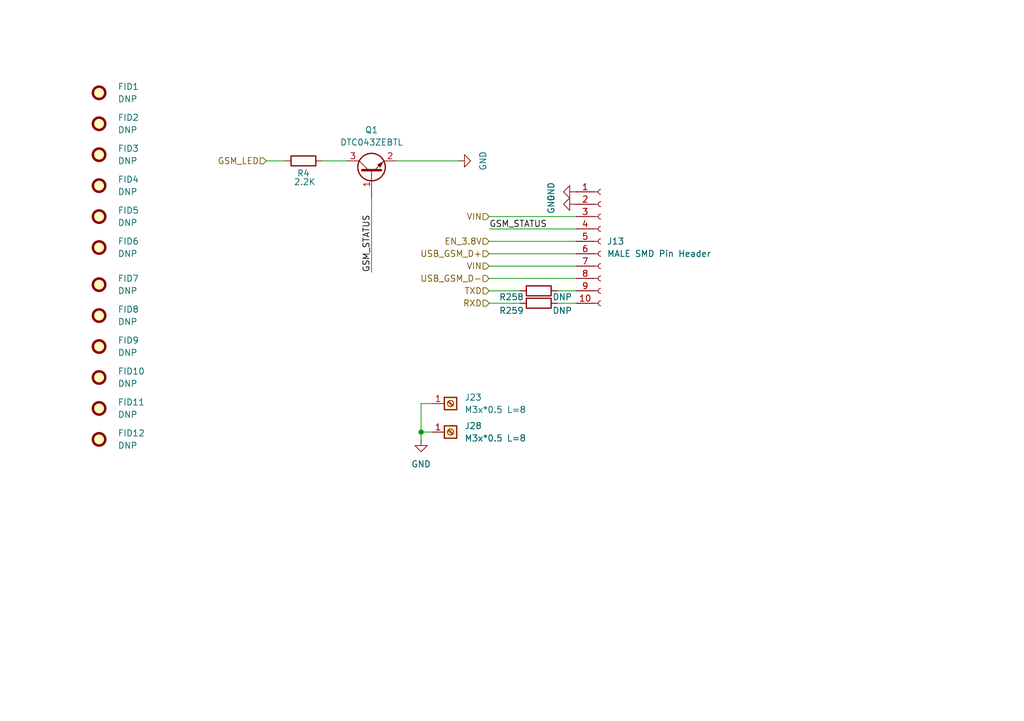
<source format=kicad_sch>
(kicad_sch (version 20231120) (generator "eeschema") (generator_version "8.0")
  (paper "A5")
  (title_block (company "SmartEQ Information Technologies"))
  (lib_symbols
    (symbol "Connector:Conn_01x10_Socket" (pin_names (offset 1.016) hide)
      (property "Reference" "J" (at 0 12.7 0))
      (property "Value" "Conn_01x10_Socket" (at 0 -15.24 0))
      (symbol "Conn_01x10_Socket_1_1"
        (arc (start 0 -12.192) (mid -0.5058 -12.7) (end 0 -13.208) (stroke (width 0.1524)))
        (arc (start 0 -9.652) (mid -0.5058 -10.16) (end 0 -10.668) (stroke (width 0.1524)))
        (arc (start 0 -7.112) (mid -0.5058 -7.62) (end 0 -8.128) (stroke (width 0.1524)))
        (arc (start 0 -4.572) (mid -0.5058 -5.08) (end 0 -5.588) (stroke (width 0.1524)))
        (arc (start 0 -2.032) (mid -0.5058 -2.54) (end 0 -3.048) (stroke (width 0.1524)))
        (polyline (pts (xy -1.27 -12.7) (xy -0.508 -12.7)) (stroke (width 0.1524)))
        (polyline (pts (xy -1.27 -10.16) (xy -0.508 -10.16)) (stroke (width 0.1524)))
        (polyline (pts (xy -1.27 -7.62) (xy -0.508 -7.62)) (stroke (width 0.1524)))
        (polyline (pts (xy -1.27 -5.08) (xy -0.508 -5.08)) (stroke (width 0.1524)))
        (polyline (pts (xy -1.27 -2.54) (xy -0.508 -2.54)) (stroke (width 0.1524)))
        (polyline (pts (xy -1.27 0) (xy -0.508 0)) (stroke (width 0.1524)))
        (polyline (pts (xy -1.27 2.54) (xy -0.508 2.54)) (stroke (width 0.1524)))
        (polyline (pts (xy -1.27 5.08) (xy -0.508 5.08)) (stroke (width 0.1524)))
        (polyline (pts (xy -1.27 7.62) (xy -0.508 7.62)) (stroke (width 0.1524)))
        (polyline (pts (xy -1.27 10.16) (xy -0.508 10.16)) (stroke (width 0.1524)))
        (arc (start 0 0.508) (mid -0.5058 0) (end 0 -0.508) (stroke (width 0.1524)))
        (arc (start 0 3.048) (mid -0.5058 2.54) (end 0 2.032) (stroke (width 0.1524)))
        (arc (start 0 5.588) (mid -0.5058 5.08) (end 0 4.572) (stroke (width 0.1524)))
        (arc (start 0 8.128) (mid -0.5058 7.62) (end 0 7.112) (stroke (width 0.1524)))
        (arc (start 0 10.668) (mid -0.5058 10.16) (end 0 9.652) (stroke (width 0.1524)))
        (pin passive line (at -5.08 10.16 0) (length 3.81) (name "Pin_1") (number "1"))
        (pin passive line (at -5.08 -12.7 0) (length 3.81) (name "Pin_10") (number "10"))
        (pin passive line (at -5.08 7.62 0) (length 3.81) (name "Pin_2") (number "2"))
        (pin passive line (at -5.08 5.08 0) (length 3.81) (name "Pin_3") (number "3"))
        (pin passive line (at -5.08 2.54 0) (length 3.81) (name "Pin_4") (number "4"))
        (pin passive line (at -5.08 0 0) (length 3.81) (name "Pin_5") (number "5"))
        (pin passive line (at -5.08 -2.54 0) (length 3.81) (name "Pin_6") (number "6"))
        (pin passive line (at -5.08 -5.08 0) (length 3.81) (name "Pin_7") (number "7"))
        (pin passive line (at -5.08 -7.62 0) (length 3.81) (name "Pin_8") (number "8"))
        (pin passive line (at -5.08 -10.16 0) (length 3.81) (name "Pin_9") (number "9"))
      )
    )
    (symbol "Connector:Screw_Terminal_01x01" (pin_names (offset 1.016) hide)
      (property "Reference" "J23" (at 2.8515 1.2701 0))
      (property "Value" "M3x*0.5 L=8" (at 2.8515 -1.2699 0))
      (symbol "Screw_Terminal_01x01_1_1"
        (rectangle (start -1.27 1.27) (end 1.27 -1.27) (stroke (width 0.254)) (fill (type background)))
        (polyline (pts (xy -0.5334 0.3302) (xy 0.3302 -0.508)) (stroke (width 0.1524)))
        (polyline (pts (xy -0.3556 0.508) (xy 0.508 -0.3302)) (stroke (width 0.1524)))
        (circle (center 0 0) (radius 0.635) (stroke (width 0.1524)))
        (pin input line (at -3.81 0 0) (length 2.54) (name "1") (number "1"))
      )
    )
    (symbol "Device:R" (pin_numbers hide) (pin_names (offset 0))
      (property "Reference" "R" (at 2.032 0 90))
      (property "Value" "R" (at 0 0 90))
      (symbol "R_0_1"
        (rectangle (start -1.016 -2.54) (end 1.016 2.54) (stroke (width 0.254)))
      )
      (symbol "R_1_1"
        (pin passive line (at 0 3.81 270) (length 1.27) (name "~") (number "1"))
        (pin passive line (at 0 -3.81 90) (length 1.27) (name "~") (number "2"))
      )
    )
    (symbol "Mechanical:Fiducial"
      (property "Reference" "FID" (at 0 5.08 0))
      (property "Value" "Fiducial" (at 0 3.175 0))
      (symbol "Fiducial_0_1"
        (circle (center 0 0) (radius 1.27) (stroke (width 0.508)) (fill (type background)))
      )
    )
    (symbol "Screw_Terminal_01x01_1" (pin_names (offset 1.016) hide)
      (property "Reference" "J28" (at 2.8515 1.2701 0))
      (property "Value" "M3x*0.5 L=8" (at 2.8515 -1.2699 0))
      (symbol "Screw_Terminal_01x01_1_1_1"
        (rectangle (start -1.27 1.27) (end 1.27 -1.27) (stroke (width 0.254)) (fill (type background)))
        (polyline (pts (xy -0.5334 0.3302) (xy 0.3302 -0.508)) (stroke (width 0.1524)))
        (polyline (pts (xy -0.3556 0.508) (xy 0.508 -0.3302)) (stroke (width 0.1524)))
        (circle (center 0 0) (radius 0.635) (stroke (width 0.1524)))
        (pin input line (at -3.81 0 0) (length 2.54) (name "1") (number "1"))
      )
    )
    (symbol "Transistor_BJT:2N3055" (pin_names (offset 0) hide)
      (property "Reference" "Q" (at 5.08 1.905 0))
      (property "Value" "2N3055" (at 5.08 0 0))
      (symbol "2N3055_0_1"
        (polyline (pts (xy 0.635 0.635) (xy 2.54 2.54)))
        (polyline (pts (xy 0.635 -0.635) (xy 2.54 -2.54) (xy 2.54 -2.54)))
        (polyline (pts (xy 0.635 1.905) (xy 0.635 -1.905) (xy 0.635 -1.905)) (stroke (width 0.508)))
        (polyline (pts (xy 1.27 -1.778) (xy 1.778 -1.27) (xy 2.286 -2.286) (xy 1.27 -1.778) (xy 1.27 -1.778)) (fill (type outline)))
        (circle (center 1.27 0) (radius 2.8194) (stroke (width 0.254)))
      )
      (symbol "2N3055_1_1"
        (pin input line (at -5.08 0 0) (length 5.715) (name "B") (number "1"))
        (pin passive line (at 2.54 -5.08 90) (length 2.54) (name "E") (number "2"))
        (pin passive line (at 2.54 5.08 270) (length 2.54) (name "C") (number "3"))
      )
    )
    (symbol "power:GND" (power) (pin_names (offset 0))
      (property "Value" "GND" (at 0 -3.81 0))
      (symbol "GND_0_1"
        (polyline (pts (xy 0 0) (xy 0 -1.27) (xy 1.27 -1.27) (xy 0 -2.54) (xy -1.27 -1.27) (xy 0 -1.27)))
      )
      (symbol "GND_1_1"
        (pin power_in line (at 0 0 270) (length 0) hide (name "GND") (number "1"))
      )
    )
  )
  (junction (at 86.36 88.667))
  (wire (pts (xy 66.04 33.02) (xy 71.12 33.02)))
  (wire (pts (xy 86.36 82.8168) (xy 88.5885 82.8168)))
  (wire (pts (xy 100.33 44.45) (xy 118.11 44.45)))
  (wire (pts (xy 100.33 54.61) (xy 118.11 54.61)))
  (wire (pts (xy 76.2 55.88) (xy 76.2 40.64)))
  (wire (pts (xy 114.3 62.23) (xy 118.11 62.23)))
  (wire (pts (xy 58.42 33.02) (xy 54.61 33.02)))
  (wire (pts (xy 81.28 33.02) (xy 93.98 33.02)))
  (wire (pts (xy 100.33 49.53) (xy 118.11 49.53)))
  (wire (pts (xy 100.33 46.99) (xy 118.11 46.99)))
  (wire (pts (xy 114.3 59.69) (xy 118.11 59.69)))
  (wire (pts (xy 100.33 52.07) (xy 118.11 52.07)))
  (wire (pts (xy 86.36 88.667) (xy 86.36 82.8168)))
  (wire (pts (xy 100.33 57.15) (xy 118.11 57.15)))
  (wire (pts (xy 100.33 59.69) (xy 106.68 59.69)))
  (wire (pts (xy 86.36 90.17) (xy 86.36 88.667)))
  (wire (pts (xy 100.33 62.23) (xy 106.68 62.23)))
  (wire (pts (xy 86.36 88.667) (xy 88.5885 88.667)))
  (label "GSM_STATUS" (at 100.33 46.99 0))
  (label "GSM_STATUS" (at 76.2 55.88 90))
  (hierarchical_label "GSM_LED" (shape input) (at 54.61 33.02 180))
  (hierarchical_label "EN_3.8V" (shape input) (at 100.33 49.53 180))
  (hierarchical_label "VIN" (shape input) (at 100.33 44.45 180))
  (hierarchical_label "RXD" (shape input) (at 100.33 62.23 180))
  (hierarchical_label "TXD" (shape input) (at 100.33 59.69 180))
  (hierarchical_label "VIN" (shape input) (at 100.33 54.61 180))
  (hierarchical_label "USB_GSM_D+" (shape input) (at 100.33 52.07 180))
  (hierarchical_label "USB_GSM_D-" (shape input) (at 100.33 57.15 180))
  (symbol (lib_id "Mechanical:Fiducial") (at 20.32 25.4 0) (unit 1)
    (property "Reference" "FID2" (at 24.13 24.1299 0) (effects (justify left)))
    (property "Value" "DNP" (at 24.13 26.6699 0) (effects (justify left)))
    (property "Footprint" "Fiducial:Fiducial_0.5mm_Mask1mm" (effects (hide yes)))
    (property "Description" "Fiducial Marker" (effects (hide yes)))
  )
  (symbol (lib_id "Connector:Conn_01x10_Socket") (at 123.19 49.53 0) (unit 1)
    (property "Reference" "J13" (at 124.46 49.5299 0) (effects (justify left)))
    (property "Value" "MALE SMD Pin Header" (at 124.46 52.0699 0) (effects (justify left)))
    (property "Footprint" "Connector_PinSocket_2.00mm:PinSocket_2x05_P2.00mm_Vertical_SMD" (effects (hide yes)))
    (property "Description" "Generic connector, single row, 01x10, script generated" (effects (hide yes)))
    (property "MPN" "2.0mm 2*5p 贴片排针" (effects (hide yes)))
  )
  (symbol (lib_id "Mechanical:Fiducial") (at 20.32 77.47 0) (unit 1)
    (property "Reference" "FID10" (at 24.13 76.1999 0) (effects (justify left)))
    (property "Value" "DNP" (at 24.13 78.7399 0) (effects (justify left)))
    (property "Footprint" "Fiducial:Fiducial_0.5mm_Mask1mm" (effects (hide yes)))
    (property "Description" "Fiducial Marker" (effects (hide yes)))
  )
  (symbol (lib_id "Device:R") (at 110.49 62.23 270) (unit 1)
    (property "Reference" "R259" (at 104.902 63.754 90))
    (property "Value" "DNP" (at 115.316 63.754 90))
    (property "Footprint" "Resistor_SMD:R_0603_1608Metric" (effects (hide yes)))
  )
  (symbol (lib_id "power:GND") (at 93.98 33.02 90) (unit 1)
    (property "Reference" "#PWR047" (effects (hide yes)))
    (property "Value" "GND" (at 99.06 33.02 0))
  )
  (symbol (lib_id "Mechanical:Fiducial") (at 20.32 58.42 0) (unit 1)
    (property "Reference" "FID7" (at 24.13 57.1499 0) (effects (justify left)))
    (property "Value" "DNP" (at 24.13 59.6899 0) (effects (justify left)))
    (property "Footprint" "Fiducial:Fiducial_0.5mm_Mask1mm" (effects (hide yes)))
    (property "Description" "Fiducial Marker" (effects (hide yes)))
  )
  (symbol (lib_name "Screw_Terminal_01x01_1") (lib_id "Connector:Screw_Terminal_01x01") (at 92.3985 88.667 0) (unit 1)
    (property "Reference" "J28" (at 95.25 87.3969 0) (effects (justify left)))
    (property "Value" "M3x*0.5 L=8" (at 95.25 89.9369 0) (effects (justify left)))
    (property "Footprint" "Footprint:Screw Terminal Shinbo" (effects (hide yes)))
    (property "Description" "Board mounting elevator    M3 hole size, 4 pins PCB-64-M3" (effects (hide yes)))
    (property "MPN" "SMTSO-M3-8ET" (effects (hide yes)))
  )
  (symbol (lib_id "Transistor_BJT:2N3055") (at 76.2 35.56 90) (unit 1)
    (property "Reference" "Q1" (at 76.2 26.67 90))
    (property "Value" "DTC043ZEBTL" (at 76.2 29.21 90))
    (property "Footprint" "Package_TO_SOT_SMD:SOT-416" (effects (hide yes)))
    (property "MPN" "DTC043ZEBTL" (effects (hide yes)))
  )
  (symbol (lib_id "Mechanical:Fiducial") (at 20.32 44.45 0) (unit 1)
    (property "Reference" "FID5" (at 24.13 43.1799 0) (effects (justify left)))
    (property "Value" "DNP" (at 24.13 45.7199 0) (effects (justify left)))
    (property "Footprint" "Fiducial:Fiducial_0.5mm_Mask1mm" (effects (hide yes)))
    (property "Description" "Fiducial Marker" (effects (hide yes)))
  )
  (symbol (lib_id "Mechanical:Fiducial") (at 20.32 90.17 0) (unit 1)
    (property "Reference" "FID12" (at 24.13 88.8999 0) (effects (justify left)))
    (property "Value" "DNP" (at 24.13 91.4399 0) (effects (justify left)))
    (property "Footprint" "Fiducial:Fiducial_0.5mm_Mask1mm" (effects (hide yes)))
    (property "Description" "Fiducial Marker" (effects (hide yes)))
  )
  (symbol (lib_id "Mechanical:Fiducial") (at 20.32 31.75 0) (unit 1)
    (property "Reference" "FID3" (at 24.13 30.4799 0) (effects (justify left)))
    (property "Value" "DNP" (at 24.13 33.0199 0) (effects (justify left)))
    (property "Footprint" "Fiducial:Fiducial_0.5mm_Mask1mm" (effects (hide yes)))
    (property "Description" "Fiducial Marker" (effects (hide yes)))
  )
  (symbol (lib_id "power:GND") (at 118.11 39.37 270) (unit 1)
    (property "Reference" "#PWR0142" (effects (hide yes)))
    (property "Value" "GND" (at 113.03 39.37 0))
  )
  (symbol (lib_id "Device:R") (at 110.49 59.69 270) (unit 1)
    (property "Reference" "R258" (at 104.902 60.96 90))
    (property "Value" "DNP" (at 115.316 60.96 90))
    (property "Footprint" "Resistor_SMD:R_0603_1608Metric" (effects (hide yes)))
  )
  (symbol (lib_id "power:GND") (at 118.11 41.91 270) (unit 1)
    (property "Reference" "#PWR05" (effects (hide yes)))
    (property "Value" "GND" (at 113.03 41.91 0))
  )
  (symbol (lib_id "Connector:Screw_Terminal_01x01") (at 92.3985 82.8168 0) (unit 1)
    (property "Reference" "J23" (at 95.25 81.5467 0) (effects (justify left)))
    (property "Value" "M3x*0.5 L=8" (at 95.25 84.0867 0) (effects (justify left)))
    (property "Footprint" "Footprint:Screw Terminal Shinbo" (effects (hide yes)))
    (property "Description" "Board mounting elevator    M3 hole size, 4 pins PCB-64-M3" (effects (hide yes)))
    (property "MPN" "SMTSO-M3-8ET" (effects (hide yes)))
  )
  (symbol (lib_id "Mechanical:Fiducial") (at 20.32 38.1 0) (unit 1)
    (property "Reference" "FID4" (at 24.13 36.8299 0) (effects (justify left)))
    (property "Value" "DNP" (at 24.13 39.3699 0) (effects (justify left)))
    (property "Footprint" "Fiducial:Fiducial_0.5mm_Mask1mm" (effects (hide yes)))
    (property "Description" "Fiducial Marker" (effects (hide yes)))
  )
  (symbol (lib_id "Mechanical:Fiducial") (at 20.32 50.8 0) (unit 1)
    (property "Reference" "FID6" (at 24.13 49.5299 0) (effects (justify left)))
    (property "Value" "DNP" (at 24.13 52.0699 0) (effects (justify left)))
    (property "Footprint" "Fiducial:Fiducial_0.5mm_Mask1mm" (effects (hide yes)))
    (property "Description" "Fiducial Marker" (effects (hide yes)))
  )
  (symbol (lib_id "Mechanical:Fiducial") (at 20.32 64.77 0) (unit 1)
    (property "Reference" "FID8" (at 24.13 63.4999 0) (effects (justify left)))
    (property "Value" "DNP" (at 24.13 66.0399 0) (effects (justify left)))
    (property "Footprint" "Fiducial:Fiducial_0.5mm_Mask1mm" (effects (hide yes)))
    (property "Description" "Fiducial Marker" (effects (hide yes)))
  )
  (symbol (lib_id "Mechanical:Fiducial") (at 20.32 71.12 0) (unit 1)
    (property "Reference" "FID9" (at 24.13 69.8499 0) (effects (justify left)))
    (property "Value" "DNP" (at 24.13 72.3899 0) (effects (justify left)))
    (property "Footprint" "Fiducial:Fiducial_0.5mm_Mask1mm" (effects (hide yes)))
    (property "Description" "Fiducial Marker" (effects (hide yes)))
  )
  (symbol (lib_id "power:GND") (at 86.36 90.17 0) (unit 1)
    (property "Reference" "#PWR0109" (effects (hide yes)))
    (property "Value" "GND" (at 86.36 95.25 0))
  )
  (symbol (lib_id "Mechanical:Fiducial") (at 20.32 83.82 0) (unit 1)
    (property "Reference" "FID11" (at 24.13 82.5499 0) (effects (justify left)))
    (property "Value" "DNP" (at 24.13 85.0899 0) (effects (justify left)))
    (property "Footprint" "Fiducial:Fiducial_0.5mm_Mask1mm" (effects (hide yes)))
    (property "Description" "Fiducial Marker" (effects (hide yes)))
  )
  (symbol (lib_id "Mechanical:Fiducial") (at 20.32 19.05 0) (unit 1)
    (property "Reference" "FID1" (at 24.13 17.7799 0) (effects (justify left)))
    (property "Value" "DNP" (at 24.13 20.3199 0) (effects (justify left)))
    (property "Footprint" "Fiducial:Fiducial_0.5mm_Mask1mm" (effects (hide yes)))
    (property "Description" "Fiducial Marker" (effects (hide yes)))
  )
  (symbol (lib_id "Device:R") (at 62.23 33.02 270) (unit 1)
    (property "Reference" "R4" (at 62.23 35.56 90))
    (property "Value" "2.2K" (at 62.484 37.338 90))
    (property "Footprint" "Resistor_SMD:R_0603_1608Metric" (effects (hide yes)))
    (property "MPN" "0603WAF2201T5E" (effects (hide yes)))
  )
)
</source>
